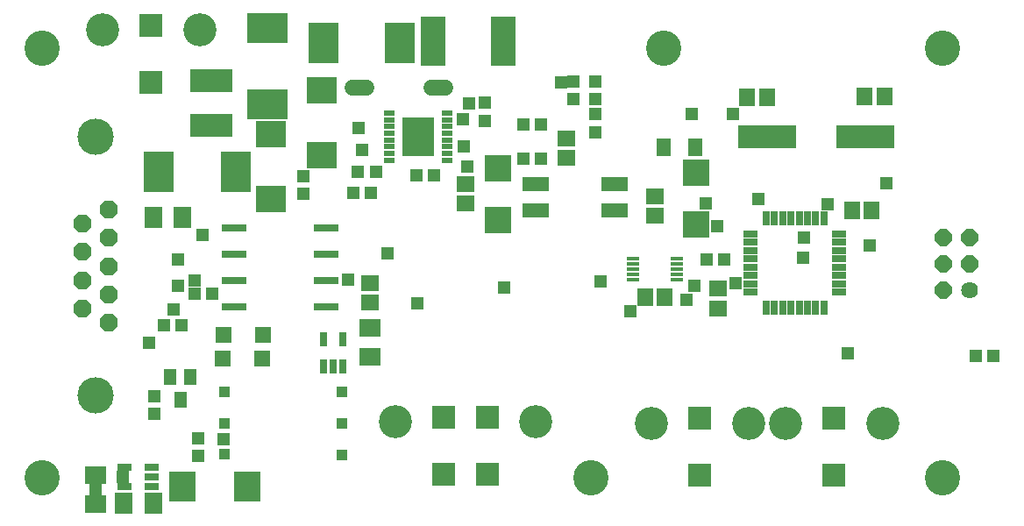
<source format=gts>
G75*
%MOIN*%
%OFA0B0*%
%FSLAX24Y24*%
%IPPOS*%
%LPD*%
%AMOC8*
5,1,8,0,0,1.08239X$1,22.5*
%
%ADD10R,0.0580X0.0300*%
%ADD11R,0.0300X0.0580*%
%ADD12R,0.2245X0.0867*%
%ADD13R,0.0592X0.0671*%
%ADD14R,0.0671X0.0592*%
%ADD15R,0.1025X0.1025*%
%ADD16R,0.0552X0.0710*%
%ADD17R,0.1025X0.0552*%
%ADD18R,0.0474X0.0178*%
%ADD19R,0.0907X0.0907*%
%ADD20C,0.1261*%
%ADD21R,0.0946X0.0316*%
%ADD22R,0.0297X0.0552*%
%ADD23R,0.0434X0.0434*%
%ADD24R,0.0631X0.0631*%
%ADD25R,0.0552X0.0297*%
%ADD26R,0.1025X0.1182*%
%ADD27R,0.0474X0.0513*%
%ADD28R,0.0789X0.0710*%
%ADD29R,0.0710X0.0789*%
%ADD30R,0.0513X0.0474*%
%ADD31R,0.0474X0.0631*%
%ADD32C,0.0640*%
%ADD33OC8,0.0640*%
%ADD34C,0.1340*%
%ADD35R,0.1237X0.1489*%
%ADD36R,0.0433X0.0197*%
%ADD37C,0.0600*%
%ADD38R,0.1182X0.1025*%
%ADD39R,0.1182X0.1576*%
%ADD40R,0.1576X0.1182*%
%ADD41R,0.1615X0.0867*%
%ADD42R,0.0966X0.1852*%
%ADD43OC8,0.0680*%
%ADD44C,0.1380*%
%ADD45R,0.0476X0.0476*%
D10*
X032084Y009023D03*
X032084Y009337D03*
X032084Y009652D03*
X032084Y009967D03*
X032084Y010282D03*
X032084Y010597D03*
X032084Y010912D03*
X032084Y011227D03*
X035464Y011227D03*
X035464Y010912D03*
X035464Y010597D03*
X035464Y010282D03*
X035464Y009967D03*
X035464Y009652D03*
X035464Y009337D03*
X035464Y009023D03*
D11*
X034877Y008435D03*
X034562Y008435D03*
X034247Y008435D03*
X033932Y008435D03*
X033617Y008435D03*
X033302Y008435D03*
X032987Y008435D03*
X032672Y008435D03*
X032672Y011815D03*
X032987Y011815D03*
X033302Y011815D03*
X033617Y011815D03*
X033932Y011815D03*
X034247Y011815D03*
X034562Y011815D03*
X034877Y011815D03*
D12*
X036440Y014928D03*
X032700Y014928D03*
D13*
X032708Y016412D03*
X031960Y016412D03*
X036420Y016456D03*
X037168Y016456D03*
X036691Y012137D03*
X035943Y012137D03*
X028830Y008834D03*
X028082Y008834D03*
D14*
X030845Y009152D03*
X030845Y008404D03*
X028432Y011924D03*
X028432Y012672D03*
X025074Y014117D03*
X025074Y014865D03*
X021235Y013125D03*
X021235Y012377D03*
X017629Y009373D03*
X017629Y008625D03*
D15*
X022467Y011771D03*
X022467Y013739D03*
X030026Y013554D03*
X030026Y011586D03*
D16*
X029971Y014530D03*
X028790Y014530D03*
D17*
X026912Y013113D03*
X026912Y012113D03*
X023912Y012113D03*
X023912Y013113D03*
D18*
X027616Y010274D03*
X027616Y010078D03*
X027616Y009881D03*
X027616Y009684D03*
X027616Y009487D03*
X029280Y009487D03*
X029280Y009684D03*
X029280Y009881D03*
X029280Y010078D03*
X029280Y010274D03*
D19*
X022078Y004263D03*
X020424Y004263D03*
X020424Y002097D03*
X022078Y002097D03*
X030164Y002054D03*
X030164Y004219D03*
X035251Y004219D03*
X035251Y002054D03*
X009294Y016991D03*
X009294Y019156D03*
D20*
X007444Y018975D03*
X011145Y018975D03*
X018574Y004082D03*
X023928Y004082D03*
X028314Y004038D03*
X032015Y004038D03*
X033400Y004038D03*
X037101Y004038D03*
D21*
X015933Y008457D03*
X015933Y009457D03*
X015933Y010457D03*
X015933Y011457D03*
X012433Y011457D03*
X012433Y010457D03*
X012433Y009457D03*
X012433Y008457D03*
D22*
X015834Y007223D03*
X016582Y007223D03*
X016582Y006200D03*
X016208Y006200D03*
X015834Y006200D03*
D23*
X016546Y005219D03*
X016542Y004026D03*
X016542Y002834D03*
X012093Y002841D03*
X012093Y004026D03*
X012097Y005219D03*
D24*
X012030Y006499D03*
X013526Y006499D03*
X013550Y007377D03*
X012054Y007377D03*
D25*
X009298Y002373D03*
X009298Y001999D03*
X009298Y001625D03*
X008274Y001625D03*
X008274Y002373D03*
D26*
X010471Y001625D03*
X012952Y001625D03*
D27*
X011093Y002774D03*
X011093Y003444D03*
X010452Y007761D03*
X009783Y007761D03*
X015082Y012743D03*
X015082Y013412D03*
X021979Y015538D03*
X021979Y016208D03*
X023436Y015400D03*
X024105Y015400D03*
X025357Y016353D03*
X026188Y016353D03*
X026188Y017023D03*
X025357Y017023D03*
X024129Y014086D03*
X023460Y014086D03*
X030400Y010267D03*
X031070Y010267D03*
X040645Y006586D03*
X041314Y006586D03*
D28*
X017625Y006570D03*
X017625Y007672D03*
X007180Y002058D03*
X007180Y000956D03*
D29*
X008263Y000995D03*
X009365Y000995D03*
X009385Y011870D03*
X010487Y011870D03*
D30*
X010960Y008963D03*
X011629Y008963D03*
X009418Y005065D03*
X009418Y004396D03*
X016975Y012794D03*
X017645Y012794D03*
X017834Y013601D03*
X017164Y013601D03*
X019377Y013448D03*
X020046Y013448D03*
X026184Y015105D03*
X026184Y015774D03*
D31*
X010776Y005793D03*
X010028Y005793D03*
X010402Y004927D03*
D32*
X040400Y009086D03*
D33*
X039400Y009086D03*
X039400Y010086D03*
X040400Y010086D03*
X040400Y011086D03*
X039400Y011086D03*
D34*
X005145Y001952D03*
X026011Y001952D03*
X039397Y001952D03*
X039397Y018290D03*
X028767Y018290D03*
X005145Y018290D03*
D35*
X019456Y014932D03*
D36*
X018363Y015060D03*
X018363Y015316D03*
X018363Y015572D03*
X018363Y015828D03*
X018363Y014804D03*
X018363Y014548D03*
X018363Y014292D03*
X018363Y014036D03*
X020548Y014036D03*
X020548Y014292D03*
X020548Y014548D03*
X020548Y014804D03*
X020548Y015060D03*
X020548Y015316D03*
X020548Y015572D03*
X020548Y015828D03*
D37*
X020483Y016798D02*
X019963Y016798D01*
X017483Y016798D02*
X016963Y016798D01*
D38*
X015771Y016700D03*
X013841Y015030D03*
X015771Y014219D03*
X013841Y012550D03*
D39*
X012507Y013601D03*
X009593Y013601D03*
X015845Y018487D03*
X018759Y018487D03*
D40*
X013719Y019070D03*
X013719Y016156D03*
D41*
X011570Y015373D03*
X011570Y017046D03*
D42*
X020013Y018550D03*
X022677Y018550D03*
D43*
X007680Y012167D03*
X006680Y011627D03*
X007680Y011087D03*
X006680Y010547D03*
X007680Y010007D03*
X006680Y009467D03*
X007680Y008927D03*
X006680Y008387D03*
X007680Y007847D03*
D44*
X007180Y005077D03*
X007180Y014937D03*
D45*
X011263Y011184D03*
X010318Y010247D03*
X010948Y009448D03*
X010314Y009271D03*
X010160Y008353D03*
X009231Y007097D03*
X016790Y009483D03*
X018271Y010475D03*
X019412Y008597D03*
X022700Y009176D03*
X026389Y009416D03*
X027523Y008286D03*
X029633Y008727D03*
X029963Y009243D03*
X031515Y009341D03*
X034078Y010326D03*
X034105Y011101D03*
X035026Y012365D03*
X037239Y013141D03*
X032389Y012554D03*
X030806Y011519D03*
X030365Y012404D03*
X036613Y010778D03*
X035778Y006692D03*
X021298Y013790D03*
X021168Y014554D03*
X021145Y015578D03*
X021381Y016192D03*
X024865Y017003D03*
X029849Y015774D03*
X031420Y015774D03*
X017326Y014432D03*
X017184Y015243D03*
X012062Y003424D03*
X008200Y002007D03*
X007176Y001483D03*
M02*

</source>
